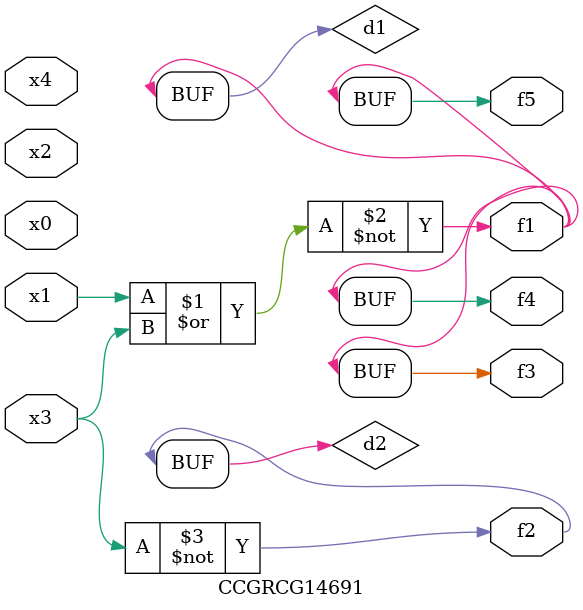
<source format=v>
module CCGRCG14691(
	input x0, x1, x2, x3, x4,
	output f1, f2, f3, f4, f5
);

	wire d1, d2;

	nor (d1, x1, x3);
	not (d2, x3);
	assign f1 = d1;
	assign f2 = d2;
	assign f3 = d1;
	assign f4 = d1;
	assign f5 = d1;
endmodule

</source>
